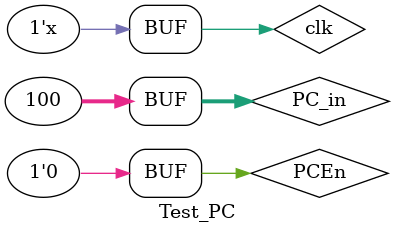
<source format=v>
`timescale 1ns / 1ps


module Test_PC;

	// Inputs
	reg PCEn;
	reg [31:0] PC_in;
	reg clk;

	// Outputs
	wire [31:0] PC_out;

	// Instantiate the Unit Under Test (UUT)
	PC uut (
		.PCEn(PCEn), 
		.PC_in(PC_in), 
		.clk(clk), 
		.PC_out(PC_out)
	);

	initial begin
		// Initialize Inputs
		PCEn = 0;
		PC_in = 0;
		clk = 0;

		// Wait 100 ns for global reset to finish
		#100;
      PCEn = 1;
		PC_in = 100;
		
		
		#300;
		PCEn = 0;
		// Add stimulus here

	end
	
	always begin
	#50;
	clk = ~clk;
	end
      
endmodule


</source>
